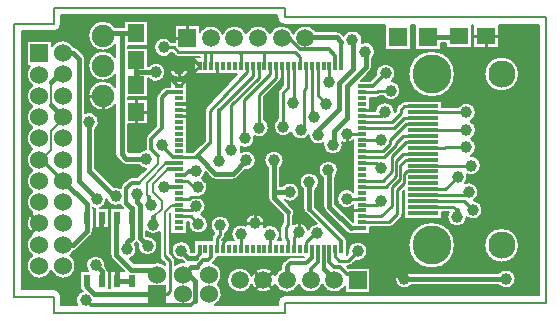
<source format=gbr>
%FSLAX23Y23*%
%MOMM*%
G04 EasyPC Gerber Version 16.0.6 Build 3249 *
%ADD87R,0.32000X0.80000*%
%ADD88R,0.55000X1.00000*%
%ADD18R,1.39700X1.52400*%
%ADD71R,1.50000X1.50000*%
%ADD13R,1.52400X1.52400*%
%ADD17R,1.52400X1.52400*%
%ADD10C,0.12700*%
%ADD25C,0.20000*%
%ADD11C,0.25400*%
%ADD22C,0.30000*%
%ADD23C,0.38100*%
%ADD98C,1.00000*%
%ADD20C,1.50000*%
%ADD12C,1.52400*%
%ADD97C,1.90000*%
%ADD15C,2.30000*%
%ADD14C,3.30000*%
%ADD86R,0.80000X0.32000*%
%ADD89R,2.60000X0.35000*%
%ADD16R,1.52400X1.39700*%
X0Y0D02*
D02*
D10*
X64Y12837D02*
X3413D01*
Y11487*
X23014*
Y12337*
X45114*
Y36487*
X22964*
Y37287*
X3413*
Y35937*
X64*
Y12837*
X1410Y32357D02*
X1134D01*
Y34516*
X3293*
Y34077*
G75*
G02X5138Y33972I891J-610*
G01*
G75*
G02X5443Y33826I-54J-505*
G01*
X5923Y33346*
G75*
G02X6072Y32987I-359J-359*
G01*
Y28379*
G75*
G02X6922Y26996I342J-743*
G01*
Y23697*
X8484Y22134*
G75*
G02X9096Y22031I179J-798*
G01*
Y22037*
G75*
G02X9233Y22367I468*
G01*
X9683Y22817*
G75*
G02X10014Y22954I331J-331*
G01*
X10491*
X11208Y23671*
G75*
G02X10626Y23975I56J816*
G01*
X9578*
G75*
G02X9190Y24135J548*
G01*
X8776Y24549*
G75*
G02X8616Y24937I388J388*
G01*
Y29071*
G75*
G02X7614Y28579I-1002J776*
G01*
G75*
G02Y31114J1268*
G01*
G75*
G02X8616Y30623J-1268*
G01*
Y31611*
G75*
G02X7614Y31119I-1002J776*
G01*
G75*
G02Y33654J1268*
G01*
G75*
G02X8616Y33163J-1268*
G01*
Y34151*
G75*
G02X7614Y33659I-1002J776*
G01*
G75*
G02Y36194J1268*
G01*
G75*
G02X8663Y35638J-1268*
G01*
X8941*
G75*
G02X9300Y35667I222J-501*
G01*
G75*
G02X9398Y35678I106J-538*
G01*
Y36209*
X11430*
Y34050*
X9712*
Y33923*
X11430*
Y32353*
G75*
G02X12881Y31837I634J-516*
G01*
G75*
G02X11430Y31321I-818*
G01*
Y29700*
X9712*
Y29573*
X11430*
Y27414*
X9712*
Y25164*
X9805Y25071*
X10691*
G75*
G02X11197Y25302I572J-584*
G01*
G75*
G02X11196Y25337I466J35*
G01*
Y26187*
G75*
G02X11333Y26517I468*
G01*
X12096Y27280*
Y29687*
G75*
G02X12233Y30017I468*
G01*
X12683Y30467*
G75*
G02X13014Y30604I331J-331*
G01*
X13296*
Y31114*
X14731*
Y25081*
X15247*
X16219Y26053*
Y28587*
G75*
G02X16341Y28892I445J0*
G01*
X18969Y31669*
X15286*
Y33104*
X15819*
G75*
G02X15688Y33142I70J483*
G01*
X13964*
G75*
G02X13649Y33273J445*
G01*
X13429Y33492*
X13400*
G75*
G02X11896Y33937I-686J445*
G01*
G75*
G02X13400Y34381I818*
G01*
X13614*
G75*
G02X13646Y34380I0J-445*
G01*
Y35804*
X15781*
Y35256*
G75*
G02X17714Y35110I933J-520*
G01*
G75*
G02X19714I1000J-374*
G01*
G75*
G02X21714I1000J-374*
G01*
G75*
G02X23714I1000J-374*
G01*
G75*
G02X25624Y35295I1000J-374*
G01*
X27414*
G75*
G02X27773Y35146J-508*
G01*
X27977Y34942*
G75*
G02X29492Y34339I737J-355*
G01*
G75*
G02X30372Y32989I321J-752*
G01*
Y32287*
G75*
G02X30223Y31928I-508*
G01*
X29409Y31114*
X30230*
X30709Y31593*
G75*
G02X30696Y31737I805J143*
G01*
G75*
G02X32331I818*
G01*
G75*
G02X32028Y31102I-818*
G01*
G75*
G02X32781Y30287I-65J-815*
G01*
G75*
G02X31277Y29842I-818*
G01*
X31096*
G75*
G02X30764Y29692I-333J295*
G01*
X30231*
Y28581*
X30651*
G75*
G02X32281Y28487I812J-95*
G01*
G75*
G02Y28483I-819J-2*
G01*
X32369Y28571*
Y28637*
G75*
G02X32499Y28951I445*
G01*
X32799Y29251*
G75*
G02X33096Y29381I314J-314*
G01*
Y29429*
X36331*
Y28881*
X37677*
G75*
G02X39181Y28437I686J-445*
G01*
G75*
G02X38689Y27687I-818*
G01*
G75*
G02X38741Y26212I-325J-750*
G01*
G75*
G02X38725Y24753I-378J-725*
G01*
G75*
G02X39581Y23937I39J-817*
G01*
G75*
G02X38402Y23204I-818*
G01*
G75*
G02X38203Y22421I-788J-217*
G01*
G75*
G02X39005Y20999I360J-734*
G01*
G75*
G02X39731Y20187I-92J-812*
G01*
G75*
G02X38381Y19567I-818*
G01*
G75*
G02X36746Y19587I-817J20*
G01*
G75*
G02X36854Y19992I818J0*
G01*
X36331*
Y19444*
X33096*
Y21841*
X32958Y21703*
Y19837*
G75*
G02X32828Y19523I-445*
G01*
X32128Y18823*
G75*
G02X31814Y18692I-314J314*
G01*
X30231*
Y18159*
X28796*
Y18169*
X28762*
G75*
G02X28204Y18278I-199J468*
G01*
X26404Y20078*
G75*
G02X26256Y20437I359J359*
G01*
Y22828*
G75*
G02X25846Y23537I408J708*
G01*
G75*
G02X27481I818*
G01*
G75*
G02X27271Y22990I-818*
G01*
Y20647*
X28796Y19123*
Y20563*
G75*
G02X27396Y21137I-583J574*
G01*
G75*
G02X28796Y21710I818*
G01*
Y26063*
G75*
G02X27852Y25904I-583J574*
G01*
G75*
G02X27881Y25687I-788J-217*
G01*
G75*
G02X26246I-818*
G01*
G75*
G02X26263Y25854I818J0*
G01*
G75*
G02X24997Y26489I-450J683*
G01*
G75*
G02X23518Y26747I-684J448*
G01*
G75*
G02X22046Y27237I-655J489*
G01*
G75*
G02X22419Y27923I818*
G01*
Y30137*
G75*
G02X22549Y30451I445*
G01*
X22819Y30721*
Y31669*
X22708*
Y31387*
G75*
G02X22578Y31073I-445*
G01*
X21208Y29703*
Y27853*
G75*
G02X21631Y27137I-395J-716*
G01*
G75*
G02X20409Y26427I-818*
G01*
G75*
G02X19233Y25513I-795J-190*
G01*
G75*
G02X19264Y25069I-769J-277*
G01*
G75*
G02X20531Y24387I450J-683*
G01*
G75*
G02X19620Y23575I-818*
G01*
X18923Y22878*
G75*
G02X18564Y22729I-359J359*
G01*
X17114*
G75*
G02X16754Y22878J508*
G01*
X16271Y23361*
G75*
G02X15952Y22831I-808J126*
G01*
G75*
G02X15688Y21273I-338J-744*
G01*
G75*
G02X15870Y19778I-225J-786*
G01*
G75*
G02X16481Y18987I-207J-791*
G01*
G75*
G02X14846I-818*
G01*
G75*
G02X14864Y19158I817J0*
G01*
X14829Y19192*
X14731*
Y18159*
X13296*
Y19929*
X13231Y19864*
Y16498*
X13578Y16151*
G75*
G02X13708Y15837I-314J-314*
G01*
Y15544*
G75*
G02X14472Y15761I656J-858*
G01*
G75*
G02X14454Y15778I343J377*
G01*
X14307Y15925*
G75*
G02X13396Y16737I-94J812*
G01*
G75*
G02X15031I818*
G01*
G75*
G02X15026Y16645I-818J0*
G01*
X15286*
Y17604*
X16819*
Y17837*
G75*
G02X16949Y18151I445*
G01*
X17028Y18229*
G75*
G02X16696Y18887I486J657*
G01*
G75*
G02X18331I818*
G01*
G75*
G02X17958Y18201I-818*
G01*
Y18087*
G75*
G02X17828Y17773I-445*
G01*
X17708Y17653*
Y17604*
X18643*
G75*
G02X19668Y18847I620J532*
G01*
G75*
G02X19646Y19037I795J190*
G01*
G75*
G02X21281I818*
G01*
G75*
G02X21197Y18677I-818*
G01*
G75*
G02X22423Y17604I566J-590*
G01*
X22685*
G75*
G02X22619Y17837I379J233*
G01*
Y18737*
G75*
G02X22749Y19051I445*
G01*
X22819Y19121*
Y19713*
X21704Y20828*
G75*
G02X21555Y21187I359J359*
G01*
Y21473*
G75*
G02Y21900I508J213*
G01*
Y23746*
G75*
G02X21246Y24387I508J641*
G01*
G75*
G02X22881I818*
G01*
G75*
G02X22572Y23746I-818*
G01*
Y22195*
X22773*
G75*
G02X24231Y21687I641J-508*
G01*
G75*
G02X22966Y21003I-818*
G01*
X23623Y20346*
G75*
G02X23708Y19741I-359J-359*
G01*
Y18966*
G75*
G02X24955Y18492I456J-679*
G01*
G75*
G02X25685Y19004I759J-305*
G01*
X24874Y19816*
G75*
G02X24555Y20287I190J471*
G01*
Y21896*
G75*
G02X24246Y22537I508J641*
G01*
G75*
G02X25881I818*
G01*
G75*
G02X25572Y21896I-818*
G01*
Y20440*
X28094Y17917*
G75*
G02X28231Y17604I-331J-331*
G01*
X28241*
Y16393*
X28364Y16516*
G75*
G02X28346Y16687I799J171*
G01*
G75*
G02X29981I818*
G01*
G75*
G02X28993Y15887I-818*
G01*
X28678Y15573*
G75*
G02X28364Y15442I-314J314*
G01*
X28219*
X28357Y15304*
X30231*
Y13169*
X28096*
Y13717*
G75*
G02X26164Y13863I-933J520*
G01*
G75*
G02X24164I-1000J374*
G01*
G75*
G02X22164I-1000J374*
G01*
G75*
G02X20164I-1000J374*
G01*
G75*
G02X18096Y14237I-1000J374*
G01*
G75*
G02X20164Y14610I1067*
G01*
G75*
G02X22164I1000J-374*
G01*
G75*
G02X22656Y15176I1000J-374*
G01*
Y15387*
G75*
G02X22974Y15858I508*
G01*
X23133Y16017*
G75*
G02X23464Y16154I331J-331*
G01*
X24620*
X24635Y16169*
X17231*
G75*
G02X17094Y15856I-467J18*
G01*
X16937Y15700*
G75*
G02X17288Y13887I-374J-1013*
G01*
G75*
G02X17047Y12122I-725J-800*
G01*
X22379*
Y12337*
G75*
G02X23014Y12972I635*
G01*
X44478*
Y35852*
X41086*
Y33871*
X38927*
Y35852*
X38800*
Y33871*
X36641*
Y34279*
X36193*
Y33707*
X34034*
Y35852*
X33653*
Y33707*
X31494*
Y35852*
X22964*
G75*
G02X22328Y36487J635*
G01*
Y36652*
X4049*
Y35937*
G75*
G02X3413Y35302I-635*
G01*
X699*
Y13472*
X3413*
G75*
G02X4049Y12837J-635*
G01*
Y12122*
X5409*
G75*
G02X5866Y13316I704J415*
G01*
X5849Y13333*
G75*
G02X5816Y13369I359J359*
G01*
X5616*
Y15004*
X6304*
G75*
G02X6146Y15487I660J483*
G01*
G75*
G02X7781I818*
G01*
G75*
G02X7776Y15393I-818J0*
G01*
X7838Y15331*
G75*
G02X7986Y15004I-359J-359*
G01*
X8071*
Y13595*
X8156*
Y15004*
X9328*
X8356Y16005*
G75*
G02X8201Y16387I393J382*
G01*
Y18669*
X8156*
Y20304*
X9272*
X9178Y20397*
G75*
G02X9044Y20613I385J389*
G01*
G75*
G02X7881Y21101I-380J724*
G01*
G75*
G02X7881Y21087I-815J-13*
G01*
G75*
G02X7300Y20304I-818*
G01*
X8071*
Y18669*
X6886*
Y20289*
G75*
G02X6716Y20347I178J798*
G01*
Y20304*
X6801*
Y18669*
X6762*
Y18437*
G75*
G02X6601Y18049I-548*
G01*
X5401Y16849*
G75*
G02X5154Y16707I-387J388*
G01*
G75*
G02X4810Y16337I-941J530*
G01*
G75*
G02X4214Y14357I-596J-900*
G01*
G75*
G02X3213Y15030J1080*
G01*
G75*
G02X2213Y14357I-1000J407*
G01*
G75*
G02X1617Y16337J1080*
G01*
G75*
G02Y18137I596J900*
G01*
G75*
G02Y19937I596J900*
G01*
G75*
G02Y21737I596J900*
G01*
G75*
G02Y23537I596J900*
G01*
G75*
G02Y25337I596J900*
G01*
G75*
G02Y27137I596J900*
G01*
G75*
G02Y28937I596J900*
G01*
G75*
G02Y30737I596J900*
G01*
G75*
G02X1410Y32357I596J900*
G01*
X13196Y32137D02*
G75*
G02X14831I818D01*
G01*
G75*
G02X13196I-818*
G01*
X33754Y13829D02*
G75*
G02X32296Y14337I-641J508D01*
G01*
G75*
G02X33754Y14845I818*
G01*
X41073*
G75*
G02X42531Y14337I641J-508*
G01*
G75*
G02X41073Y13829I-818*
G01*
X33754*
X35414Y15219D02*
G75*
G02Y19154J1968D01*
G01*
G75*
G02Y15219J-1968*
G01*
Y29719D02*
G75*
G02Y33654J1968D01*
G01*
G75*
G02Y29719J-1968*
G01*
X41339Y15719D02*
G75*
G02Y18654J1468D01*
G01*
G75*
G02Y15719J-1468*
G01*
Y30219D02*
G75*
G02Y33154J1468D01*
G01*
G75*
G02Y30219J-1468*
G01*
X12824Y32137D02*
G36*
G75*
G02X12881Y31837I-761J-300D01*
G01*
G75*
G02X11430Y31321I-818*
G01*
Y29700*
X9712*
Y29573*
X11430*
Y27414*
X9712*
Y25164*
X9805Y25071*
X10691*
G75*
G02X11197Y25302I572J-584*
G01*
G75*
G02X11196Y25337I466J35*
G01*
Y26187*
G75*
G02X11333Y26517I468*
G01*
X12096Y27280*
Y29687*
G75*
G02X12233Y30017I468*
G01*
X12683Y30467*
G75*
G02X13014Y30604I331J-331*
G01*
X13296*
Y31114*
X14731*
Y25081*
X15247*
X16219Y26053*
Y28587*
G75*
G02X16341Y28892I445J0*
G01*
X18969Y31669*
X15286*
Y32137*
X14831*
G75*
G02X13196I-818*
G01*
X12824*
G37*
X13196D02*
G36*
G75*
G02X14831I818D01*
G01*
X15286*
Y33104*
X15819*
G75*
G02X15688Y33142I70J483*
G01*
X13964*
G75*
G02X13649Y33273J445*
G01*
X13429Y33492*
X13400*
G75*
G02X11896Y33937I-686J445*
G01*
G75*
G02X13400Y34381I818*
G01*
X13614*
G75*
G02X13646Y34380I0J-445*
G01*
Y35804*
X15781*
Y35256*
G75*
G02X17714Y35110I933J-520*
G01*
G75*
G02X19714I1000J-374*
G01*
G75*
G02X21714I1000J-374*
G01*
G75*
G02X23714I1000J-374*
G01*
G75*
G02X25624Y35295I1000J-374*
G01*
X27414*
G75*
G02X27773Y35146J-508*
G01*
X27977Y34942*
G75*
G02X29492Y34339I737J-355*
G01*
G75*
G02X30372Y32989I321J-752*
G01*
Y32287*
G75*
G02X30223Y31928I-508*
G01*
X29409Y31114*
X30230*
X30709Y31593*
G75*
G02X30696Y31737I805J143*
G01*
G75*
G02X32226Y32137I818*
G01*
X33498*
G75*
G02X35414Y33654I1915J-450*
G01*
G75*
G02X37329Y32137J-1968*
G01*
X39942*
G75*
G02X41339Y33154I1397J-450*
G01*
G75*
G02X42735Y32137J-1468*
G01*
X44478*
Y35852*
X41086*
Y33871*
X38927*
Y35852*
X38800*
Y33871*
X36641*
Y34279*
X36193*
Y33707*
X34034*
Y35852*
X33653*
Y33707*
X31494*
Y35852*
X22964*
G75*
G02X22328Y36487J635*
G01*
Y36652*
X4049*
Y35937*
G75*
G02X3413Y35302I-635*
G01*
X699*
Y13472*
X3413*
G75*
G02X4049Y12837J-635*
G01*
Y12122*
X5409*
G75*
G02X5866Y13316I704J415*
G01*
X5849Y13333*
G75*
G02X5816Y13369I359J359*
G01*
X5616*
Y15004*
X6304*
G75*
G02X6146Y15487I660J483*
G01*
G75*
G02X7781I818*
G01*
G75*
G02X7776Y15393I-818J0*
G01*
X7838Y15331*
G75*
G02X7986Y15004I-359J-359*
G01*
X8071*
Y13595*
X8156*
Y15004*
X9328*
X8356Y16005*
G75*
G02X8201Y16387I393J382*
G01*
Y18669*
X8156*
Y20304*
X9272*
X9178Y20397*
G75*
G02X9044Y20613I385J389*
G01*
G75*
G02X7881Y21101I-380J724*
G01*
G75*
G02X7881Y21087I-815J-13*
G01*
G75*
G02X7300Y20304I-818*
G01*
X8071*
Y18669*
X6886*
Y20289*
G75*
G02X6716Y20347I178J798*
G01*
Y20304*
X6801*
Y18669*
X6762*
Y18437*
G75*
G02X6601Y18049I-548*
G01*
X5401Y16849*
G75*
G02X5154Y16707I-387J388*
G01*
G75*
G02X4810Y16337I-941J530*
G01*
G75*
G02X4214Y14357I-596J-900*
G01*
G75*
G02X3213Y15030J1080*
G01*
G75*
G02X2213Y14357I-1000J407*
G01*
G75*
G02X1617Y16337J1080*
G01*
G75*
G02Y18137I596J900*
G01*
G75*
G02Y19937I596J900*
G01*
G75*
G02Y21737I596J900*
G01*
G75*
G02Y23537I596J900*
G01*
G75*
G02Y25337I596J900*
G01*
G75*
G02Y27137I596J900*
G01*
G75*
G02Y28937I596J900*
G01*
G75*
G02Y30737I596J900*
G01*
G75*
G02X1410Y32357I596J900*
G01*
X1134*
Y34516*
X3293*
Y34077*
G75*
G02X5138Y33972I891J-610*
G01*
G75*
G02X5443Y33826I-54J-505*
G01*
X5923Y33346*
G75*
G02X6072Y32987I-359J-359*
G01*
Y28379*
G75*
G02X6922Y26996I342J-743*
G01*
Y23697*
X8484Y22134*
G75*
G02X9096Y22031I179J-798*
G01*
Y22037*
G75*
G02X9233Y22367I468*
G01*
X9683Y22817*
G75*
G02X10014Y22954I331J-331*
G01*
X10491*
X11208Y23671*
G75*
G02X10626Y23975I56J816*
G01*
X9578*
G75*
G02X9190Y24135J548*
G01*
X8776Y24549*
G75*
G02X8616Y24937I388J388*
G01*
Y29071*
G75*
G02X7614Y28579I-1002J776*
G01*
G75*
G02Y31114J1268*
G01*
G75*
G02X8616Y30623J-1268*
G01*
Y31611*
G75*
G02X7614Y31119I-1002J776*
G01*
G75*
G02Y33654J1268*
G01*
G75*
G02X8616Y33163J-1268*
G01*
Y34151*
G75*
G02X7614Y33659I-1002J776*
G01*
G75*
G02Y36194J1268*
G01*
G75*
G02X8663Y35638J-1268*
G01*
X8941*
G75*
G02X9300Y35667I222J-501*
G01*
G75*
G02X9398Y35678I106J-538*
G01*
Y36209*
X11430*
Y34050*
X9712*
Y33923*
X11430*
Y32353*
G75*
G02X12824Y32137I634J-516*
G01*
X13196*
G37*
X32226D02*
G36*
G75*
G02X32331Y31737I-713J-400D01*
G01*
G75*
G02X32028Y31102I-818*
G01*
G75*
G02X32781Y30287I-65J-815*
G01*
G75*
G02X31277Y29842I-818*
G01*
X31096*
G75*
G02X30764Y29692I-333J295*
G01*
X30231*
Y28581*
X30651*
G75*
G02X32281Y28487I812J-95*
G01*
G75*
G02Y28483I-819J-2*
G01*
X32369Y28571*
Y28637*
G75*
G02X32499Y28951I445*
G01*
X32799Y29251*
G75*
G02X33096Y29381I314J-314*
G01*
Y29429*
X36331*
Y28881*
X37677*
G75*
G02X39181Y28437I686J-445*
G01*
G75*
G02X38689Y27687I-818*
G01*
G75*
G02X38741Y26212I-325J-750*
G01*
G75*
G02X38725Y24753I-378J-725*
G01*
G75*
G02X39581Y23937I39J-817*
G01*
G75*
G02X38402Y23204I-818*
G01*
G75*
G02X38203Y22421I-788J-217*
G01*
G75*
G02X39005Y20999I360J-734*
G01*
G75*
G02X39731Y20187I-92J-812*
G01*
G75*
G02X38381Y19567I-818*
G01*
G75*
G02X36746Y19587I-817J20*
G01*
G75*
G02X36854Y19992I818J0*
G01*
X36331*
Y19444*
X33096*
Y21841*
X32958Y21703*
Y19837*
G75*
G02X32828Y19523I-445*
G01*
X32128Y18823*
G75*
G02X31814Y18692I-314J314*
G01*
X30231*
Y18159*
X28796*
Y18169*
X28762*
G75*
G02X28204Y18278I-199J468*
G01*
X26404Y20078*
G75*
G02X26256Y20437I359J359*
G01*
Y22828*
G75*
G02X25846Y23537I408J708*
G01*
G75*
G02X27481I818*
G01*
G75*
G02X27271Y22990I-818*
G01*
Y20647*
X28796Y19123*
Y20563*
G75*
G02X27396Y21137I-583J574*
G01*
G75*
G02X28796Y21710I818*
G01*
Y26063*
G75*
G02X27852Y25904I-583J574*
G01*
G75*
G02X27881Y25687I-788J-217*
G01*
G75*
G02X26246I-818*
G01*
G75*
G02X26263Y25854I818J0*
G01*
G75*
G02X24997Y26489I-450J683*
G01*
G75*
G02X23518Y26747I-684J448*
G01*
G75*
G02X22046Y27237I-655J489*
G01*
G75*
G02X22419Y27923I818*
G01*
Y30137*
G75*
G02X22549Y30451I445*
G01*
X22819Y30721*
Y31669*
X22708*
Y31387*
G75*
G02X22578Y31073I-445*
G01*
X21208Y29703*
Y27853*
G75*
G02X21631Y27137I-395J-716*
G01*
G75*
G02X20409Y26427I-818*
G01*
G75*
G02X19233Y25513I-795J-190*
G01*
G75*
G02X19264Y25069I-769J-277*
G01*
G75*
G02X20531Y24387I450J-683*
G01*
G75*
G02X19620Y23575I-818*
G01*
X18923Y22878*
G75*
G02X18564Y22729I-359J359*
G01*
X17114*
G75*
G02X16754Y22878J508*
G01*
X16271Y23361*
G75*
G02X15952Y22831I-808J126*
G01*
G75*
G02X15688Y21273I-338J-744*
G01*
G75*
G02X15870Y19778I-225J-786*
G01*
G75*
G02X16481Y18987I-207J-791*
G01*
G75*
G02X14846I-818*
G01*
G75*
G02X14864Y19158I817J0*
G01*
X14829Y19192*
X14731*
Y18159*
X13296*
Y19929*
X13231Y19864*
Y16498*
X13578Y16151*
G75*
G02X13708Y15837I-314J-314*
G01*
Y15544*
G75*
G02X14472Y15761I656J-858*
G01*
G75*
G02X14454Y15778I343J377*
G01*
X14307Y15925*
G75*
G02X13396Y16737I-94J812*
G01*
G75*
G02X15031I818*
G01*
G75*
G02X15026Y16645I-818J0*
G01*
X15286*
Y17604*
X16819*
Y17837*
G75*
G02X16949Y18151I445*
G01*
X17028Y18229*
G75*
G02X16696Y18887I486J657*
G01*
G75*
G02X18331I818*
G01*
G75*
G02X17958Y18201I-818*
G01*
Y18087*
G75*
G02X17828Y17773I-445*
G01*
X17708Y17653*
Y17604*
X18643*
G75*
G02X19668Y18847I620J532*
G01*
G75*
G02X19646Y19037I795J190*
G01*
G75*
G02X21281I818*
G01*
G75*
G02X21197Y18677I-818*
G01*
G75*
G02X22423Y17604I566J-590*
G01*
X22685*
G75*
G02X22619Y17837I379J233*
G01*
Y18737*
G75*
G02X22749Y19051I445*
G01*
X22819Y19121*
Y19713*
X21704Y20828*
G75*
G02X21555Y21187I359J359*
G01*
Y21473*
G75*
G02Y21900I508J213*
G01*
Y23746*
G75*
G02X21246Y24387I508J641*
G01*
G75*
G02X22881I818*
G01*
G75*
G02X22572Y23746I-818*
G01*
Y22195*
X22773*
G75*
G02X24231Y21687I641J-508*
G01*
G75*
G02X22966Y21003I-818*
G01*
X23623Y20346*
G75*
G02X23708Y19741I-359J-359*
G01*
Y18966*
G75*
G02X24955Y18492I456J-679*
G01*
G75*
G02X25685Y19004I759J-305*
G01*
X24874Y19816*
G75*
G02X24555Y20287I190J471*
G01*
Y21896*
G75*
G02X24246Y22537I508J641*
G01*
G75*
G02X25881I818*
G01*
G75*
G02X25572Y21896I-818*
G01*
Y20440*
X28094Y17917*
G75*
G02X28231Y17604I-331J-331*
G01*
X28241*
Y16393*
X28364Y16516*
G75*
G02X28346Y16687I799J171*
G01*
G75*
G02X29810Y17187I818*
G01*
X33446*
G75*
G02X35414Y19154I1968*
G01*
G75*
G02X37381Y17187J-1968*
G01*
X39871*
G75*
G02X41339Y18654I1468*
G01*
G75*
G02X42806Y17187J-1468*
G01*
X44478*
Y32137*
X42735*
G75*
G02X41339Y30219I-1397J-450*
G01*
G75*
G02X39942Y32137J1468*
G01*
X37329*
G75*
G02X35414Y29719I-1915J-450*
G01*
G75*
G02X33498Y32137J1968*
G01*
X32226*
G37*
X30231Y14337D02*
G36*
Y13169D01*
X28096*
Y13717*
G75*
G02X26164Y13863I-933J520*
G01*
G75*
G02X24164I-1000J374*
G01*
G75*
G02X22164I-1000J374*
G01*
G75*
G02X20164I-1000J374*
G01*
G75*
G02X18096Y14237I-1000J374*
G01*
G75*
G02X20164Y14610I1067*
G01*
G75*
G02X22164I1000J-374*
G01*
G75*
G02X22656Y15176I1000J-374*
G01*
Y15387*
G75*
G02X22974Y15858I508*
G01*
X23133Y16017*
G75*
G02X23464Y16154I331J-331*
G01*
X24620*
X24635Y16169*
X17231*
G75*
G02X17094Y15856I-467J18*
G01*
X16937Y15700*
G75*
G02X17288Y13887I-374J-1013*
G01*
G75*
G02X17047Y12122I-725J-800*
G01*
X22379*
Y12337*
G75*
G02X23014Y12972I635*
G01*
X44478*
Y14337*
X42531*
G75*
G02X41073Y13829I-818*
G01*
X33754*
G75*
G02X32296Y14337I-641J508*
G01*
X30231*
G37*
X32296D02*
G36*
G75*
G02X33754Y14845I818D01*
G01*
X41073*
G75*
G02X42531Y14337I641J-508*
G01*
X44478*
Y17187*
X42806*
G75*
G02X41339Y15719I-1468*
G01*
G75*
G02X39871Y17187J1468*
G01*
X37381*
G75*
G02X35414Y15219I-1968*
G01*
G75*
G02X33446Y17187J1968*
G01*
X29810*
G75*
G02X29981Y16687I-647J-500*
G01*
G75*
G02X28993Y15887I-818*
G01*
X28678Y15573*
G75*
G02X28364Y15442I-314J314*
G01*
X28219*
X28357Y15304*
X30231*
Y14337*
X32296*
G37*
X9839Y16051D02*
X10210Y15670D01*
X11717*
G75*
G02X12819Y15544I446J-983*
G01*
Y15653*
X12499Y15973*
G75*
G02X12396Y16439I314J314*
G01*
Y18317*
G75*
G02X11272Y18373I-532J620*
G01*
Y17997*
X11316Y17953*
G75*
G02X12181Y17137I48J-816*
G01*
G75*
G02X10546I-818*
G01*
G75*
G02X10558Y17274I817J0*
G01*
X10404Y17428*
G75*
G02X10394Y17438I359J359*
G01*
X10274Y17319*
G75*
G02X9839Y16051I-660J-482*
G01*
G36*
X10210Y15670*
X11717*
G75*
G02X12819Y15544I446J-983*
G01*
Y15653*
X12499Y15973*
G75*
G02X12396Y16439I314J314*
G01*
Y18317*
G75*
G02X11272Y18373I-532J620*
G01*
Y17997*
X11316Y17953*
G75*
G02X12181Y17137I48J-816*
G01*
G75*
G02X10546I-818*
G01*
G75*
G02X10558Y17274I817J0*
G01*
X10404Y17428*
G75*
G02X10394Y17438I359J359*
G01*
X10274Y17319*
G75*
G02X9839Y16051I-660J-482*
G01*
G37*
D02*
D11*
X1765Y18588D02*
X1405Y18229D01*
X1765Y19486D02*
X1405Y19845D01*
X4214Y15387D02*
X4464D01*
X6791Y29847D02*
X6283D01*
X7478Y19114D02*
Y18606D01*
X7513Y19452D02*
X7478Y19487D01*
X7614Y29024D02*
Y28516D01*
X8749Y14560D02*
Y15068D01*
X10414Y27859D02*
Y27351D01*
Y29129D02*
Y29637D01*
X10985Y28494D02*
X11493D01*
X12714Y33937D02*
X13614D01*
X13964Y33587*
X15889*
X12814Y16287D02*
X13264Y15837D01*
Y13337*
X13014Y13087*
X12164*
X13641Y32137D02*
X13133D01*
X13943Y30707D02*
X13473Y31178D01*
X14014Y19637D02*
X15014D01*
X15664Y18987*
X14014Y20637D02*
X13414D01*
X14014Y21137D02*
X14864D01*
X15014Y21287*
X17364*
X14014Y22637D02*
X14714D01*
X15264Y22087*
X15614*
X14014Y24637D02*
X15714D01*
X14014D02*
X15464D01*
X14014Y28137D02*
X15414D01*
X14014Y31764D02*
Y31256D01*
Y32510D02*
Y33018D01*
X14084Y30707D02*
X14555Y31178D01*
X14091Y34737D02*
X13583D01*
X14287Y28637D02*
X14794D01*
X14387Y32137D02*
X14894D01*
X14714Y35360D02*
Y35868D01*
X15464Y20487D02*
X15114Y20137D01*
X14014*
X15693Y32317D02*
X15223Y31846D01*
X15693Y32457D02*
X15223Y32928D01*
X16264Y32387D02*
Y33587D01*
X15889*
X16564D02*
X15889D01*
X16564D02*
X16764D01*
Y32387*
X16664Y25837D02*
Y28587D01*
X19314Y31387*
X19764Y31837*
Y32387*
X17264Y16887D02*
Y17837D01*
X17514Y18087*
Y18887*
X17264Y32387D02*
Y31437D01*
X17414Y28637D02*
X20264Y31487D01*
Y32387*
X18264Y20387D02*
Y19537D01*
X18464Y19337*
Y18487*
X18264Y18287*
Y17987*
X17764Y17487*
Y16887*
X18464Y25237D02*
Y29037D01*
X20764Y31337*
Y32387*
X19064Y33587D02*
X19164D01*
X19064D02*
X16564D01*
X19264Y16887D02*
Y18137D01*
Y32387D02*
Y33387D01*
X19064Y33587*
X20090Y19037D02*
X19583D01*
X20464Y19410D02*
Y19918D01*
X20723Y13796D02*
X20364Y13437D01*
X20723Y14677D02*
X20364Y15037D01*
X20814Y27137D02*
X20764D01*
Y29887*
X22264Y31387*
Y32387*
X20837Y19037D02*
X21345D01*
X21264Y32387D02*
Y33587D01*
X19064*
X21264D02*
X23814D01*
X24264Y33137*
Y32387*
X21604Y13796D02*
X21963Y13437D01*
X21604Y14677D02*
X21963Y15037D01*
X21764Y16887D02*
Y18087D01*
Y32387D02*
Y31687D01*
X19564Y29487*
Y26237*
X19614*
X22764Y32387D02*
Y31037D01*
X21764Y30037*
X22864Y27237D02*
Y30137D01*
X23264Y30537*
Y32387*
Y19987D02*
Y18937D01*
X23064Y18737*
Y17837*
X23264Y17637*
Y16887*
X23764D02*
Y17887D01*
X24164Y18287*
X23764Y32387D02*
Y29287D01*
X23714Y29237*
X24164Y18660D02*
Y19168D01*
X24764Y16887D02*
Y17437D01*
X25514Y18187*
X25714*
X24764Y32387D02*
Y30487D01*
X24614Y30337*
Y27287*
X24314Y26987*
Y26937*
X25464Y28037D02*
X25264Y28237D01*
Y32387*
X26514Y29137D02*
X25764Y29887D01*
Y32387*
X26714Y30987D02*
Y31637D01*
X26764*
Y32387*
X27264Y16887D02*
Y16237D01*
X27614Y15887*
X28364*
X29164Y16687*
X28214Y26264D02*
Y25756D01*
X29514Y19637D02*
X31164D01*
X32064Y20537*
Y22137*
X32764Y22837*
Y23987*
X33214Y24437*
X34714*
X29514Y20137D02*
X28614D01*
X28264Y19787*
X29514Y20637D02*
X30814D01*
X31114Y20937*
X29514Y21137D02*
X28214D01*
X29514Y24137D02*
X30664D01*
X31114Y23687*
X29514Y26137D02*
X31114D01*
X29514Y26637D02*
X28214D01*
X29514Y27137D02*
X32264D01*
X33064Y27937*
X34714*
X29514Y28137D02*
X31114D01*
X31464Y28487*
X29514Y28637D02*
X30064D01*
X30514Y29087*
X31964Y30287D02*
X30864D01*
X30764Y30187*
Y30137*
X29514*
X34714Y20437D02*
X37264D01*
X37564Y20137*
X34714Y21437D02*
X38314D01*
X38564Y21687*
X34714Y21937D02*
X36564D01*
X37614Y22987*
X34714Y23437D02*
X33364D01*
X33114Y23187*
Y22487*
X32514Y21887*
Y19837*
X31814Y19137*
X29514*
X34714Y24937D02*
X33014D01*
X32414Y24337*
Y23037*
X31514Y22137*
X29514*
X34714Y25937D02*
X33264D01*
X32064Y24737*
Y23437*
X31264Y22637*
X29514*
X34714Y26437D02*
X32964D01*
X32364Y25837*
Y25637*
X31364Y24637*
X29514*
X34714Y27437D02*
X33214D01*
X31914Y26137*
Y25737*
X31314Y25137*
X29514*
X34714Y28937D02*
X33114D01*
X32814Y28637*
Y28387*
X32064Y27637*
X29514*
X38364Y25487D02*
X36564D01*
Y25437*
X34714*
X38364Y26937D02*
X34714D01*
X38364Y28437D02*
X34714D01*
X38764Y23937D02*
X34714D01*
X38914Y20187D02*
X38164Y20937D01*
X34714*
X39372Y34887D02*
X38864D01*
X40007Y34315D02*
Y33807D01*
X40642Y34887D02*
X41150D01*
D02*
D12*
X2213Y15437D03*
Y17237D03*
Y19037D03*
Y20837D03*
Y22637D03*
Y24437D03*
Y26237D03*
Y28037D03*
Y29837D03*
Y31637D03*
X4184Y33467D03*
X4204Y31667D03*
X4214Y15437D03*
Y17237D03*
Y19037D03*
Y20837D03*
Y22637D03*
Y24437D03*
Y26237D03*
Y28037D03*
Y29837D03*
X12164Y14687D03*
X14364Y13087D03*
Y14687D03*
X16564Y13087D03*
Y14687D03*
D02*
D13*
X2213Y33437D03*
D02*
D14*
X35414Y17187D03*
Y31687D03*
D02*
D15*
X41339Y17187D03*
Y31687D03*
D02*
D16*
X37721Y34887D03*
X40007D03*
D02*
D17*
X32574Y34787D03*
X35114D03*
D02*
D18*
X10414Y28494D03*
Y30780D03*
Y32844D03*
Y35130D03*
D02*
D71*
X12164Y13087D03*
X14714Y34737D03*
X29164Y14237D03*
D02*
D20*
X16714Y34737D03*
X18714D03*
X19164Y14237D03*
X20714Y34737D03*
X21164Y14237D03*
X22714Y34737D03*
X23164Y14237D03*
X24714Y34737D03*
X25164Y14237D03*
X27164D03*
D02*
D22*
X2413Y24437D02*
X4214Y22637D01*
X6114Y12537D02*
Y12587D01*
X6164*
X6614Y12137*
X15064*
X15414Y12487*
X9564Y20787D02*
Y22037D01*
X10014Y22487*
X10614*
X11514Y21237D02*
Y20687D01*
X11714Y20587*
X12214Y24787D02*
X11664Y25337D01*
Y26187*
X12564Y27087*
Y29687*
X13014Y30137*
X14014*
X12764Y22137D02*
X14014D01*
X13114Y23637D02*
X14014D01*
Y24137D02*
X12964D01*
X14014Y24637D02*
X13564D01*
X13514*
X12564Y25587*
X14014Y29137D02*
X15314D01*
X14914Y23487D02*
X14564Y23137D01*
X14014*
X15464Y24637D02*
X16664Y25837D01*
X15514Y15387D02*
X16064Y15937D01*
X16514*
X16764Y16187*
Y16887*
X15764D02*
Y16437D01*
X15464Y16137*
X17414Y24287D02*
Y28637D01*
X23314Y34737D02*
X24264Y33787D01*
X26714*
X27264Y33237*
Y32387*
X25264Y16887D02*
Y16137D01*
X24814Y15687*
X23464*
X23164Y15387*
X25764Y16887D02*
Y15737D01*
X25214Y15187*
X25164*
Y14387*
X26264Y16887D02*
Y15137D01*
X27764Y16887D02*
Y17587D01*
X25064Y20287*
X27764Y32387D02*
Y34437D01*
X28564Y18637D02*
X29514D01*
X29164Y14237D02*
X28614Y14787D01*
X28214*
X27664Y15337*
X27164*
X26764Y15737*
Y16937*
X31514Y31737D02*
X30414Y30637D01*
X29514*
D02*
D23*
X2213Y24437D02*
X2364D01*
X2213D02*
X2413D01*
X3213Y29037D02*
X4214Y28037D01*
X4184Y33467D02*
X5084D01*
X5564Y32987*
Y22587*
X7064Y21087*
X4204Y31667D02*
X3844D01*
X3213Y31037*
X4214Y17237D02*
X5014D01*
X6214Y18437*
Y19482*
X6209Y19487*
X4214Y27887D02*
Y28037D01*
X6209Y14187D02*
Y13692D01*
X6814Y13087*
X12164*
X6209Y19487D02*
Y20642D01*
X4214Y22637*
X6414Y27637D02*
Y23487D01*
X8564Y21337*
X8664*
X7478Y14187D02*
Y14972D01*
X6963Y15487*
X7478Y19487D02*
X7463D01*
Y16487*
X8764Y15187*
Y14192*
X8759Y14187*
X8749*
X10019*
X8749Y19487D02*
X8714D01*
Y16387*
X9979Y15122*
X11729*
X12164Y14687*
X8964Y14172D02*
X8764D01*
X8749Y14187*
X9164Y35137D02*
Y24937D01*
X9578Y24523*
X11264*
Y24487*
X10019Y19487D02*
X10014D01*
Y17837*
X9614Y17437*
Y16837*
X10019Y19487D02*
X10014Y19492D01*
Y20337*
X10029Y20352*
X9999*
X9564Y20787*
X10414Y32844D02*
Y30687D01*
X10464Y30637*
Y31787*
X10414Y31837*
X12064*
X10414Y35130D02*
X10064D01*
Y35137*
X9407*
X10414Y35130D02*
X7816D01*
X7614Y34927*
X10464Y21537D02*
Y20887D01*
X10764Y20587*
Y17787*
X11364Y17187*
Y17137*
X10657Y32837D02*
X10421D01*
X10414Y32844*
X11714Y20587D02*
X11664D01*
X11864Y18937D02*
Y19587D01*
X12564Y25587D02*
Y25637D01*
X14364Y14687D02*
X15064Y15387D01*
X15514*
X15414Y12487D02*
Y14187D01*
X14914Y14687*
X14364*
X15464Y16137D02*
X14814D01*
X14214Y16737*
X15464Y23487D02*
X14914D01*
X15714Y24637D02*
X17114Y23237D01*
X18564*
X19714Y24387*
X17264Y31437D02*
X16714Y30887D01*
X17364Y21287D02*
X18264Y20387D01*
X22064Y21687D02*
Y21187D01*
X23264Y19987*
X22064Y24387D02*
Y21687D01*
X22714Y34737D02*
X23314D01*
X23164Y15387D02*
Y14237D01*
X23414Y21687D02*
X22064D01*
X25064Y20287D02*
Y22537D01*
X25164Y14387D02*
Y14237D01*
X26264Y15137D02*
X27164Y14237D01*
X26664Y23537D02*
X26764D01*
Y20437*
X28564Y18637*
X27564Y28687D02*
X25814Y26937D01*
Y26537*
X27764Y34437D02*
X27414Y34787D01*
X24714*
Y34737*
X28714Y34587D02*
X28764Y34537D01*
Y32087*
X27564Y30887*
Y28687*
X29814Y33587D02*
X29864D01*
Y32287*
X28214Y30637*
Y27937*
X27164Y26887*
Y25787*
X27064Y25687*
X35114Y34787D02*
X37621D01*
X37721Y34887*
X37564Y20137D02*
Y19587D01*
X41714Y14337D02*
X33114D01*
D02*
D25*
X2364Y24437D02*
X3213Y25287D01*
Y26887*
X4214Y27887*
X3213Y31037D02*
Y29037D01*
X10614Y22487D02*
X12214Y24087D01*
Y24787*
X11864Y19587D02*
X12564Y20287D01*
Y20937*
X11814Y21687*
Y22337*
X13114Y23637*
X12964Y24137D02*
X11314Y22487D01*
Y21437*
X11514Y21237*
X13414Y20637D02*
X12814Y20037D01*
Y16287*
D02*
D86*
X14014Y18637D03*
Y19137D03*
Y19637D03*
Y20137D03*
Y20637D03*
Y21137D03*
Y21637D03*
Y22137D03*
Y22637D03*
Y23137D03*
Y23637D03*
Y24137D03*
Y24637D03*
Y25137D03*
Y25637D03*
Y26137D03*
Y26637D03*
Y27137D03*
Y27637D03*
Y28137D03*
Y28637D03*
Y29137D03*
Y29637D03*
Y30137D03*
Y30637D03*
X29514Y18637D03*
Y19137D03*
Y19637D03*
Y20137D03*
Y20637D03*
Y21137D03*
Y21637D03*
Y22137D03*
Y22637D03*
Y23137D03*
Y23637D03*
Y24137D03*
Y24637D03*
Y25137D03*
Y25637D03*
Y26137D03*
Y26637D03*
Y27137D03*
Y27637D03*
Y28137D03*
Y28637D03*
Y29137D03*
Y29637D03*
Y30137D03*
Y30637D03*
D02*
D87*
X15764Y16887D03*
Y32387D03*
X16264Y16887D03*
Y32387D03*
X16764Y16887D03*
Y32387D03*
X17264Y16887D03*
Y32387D03*
X17764Y16887D03*
Y32387D03*
X18264Y16887D03*
Y32387D03*
X18764Y16887D03*
Y32387D03*
X19264Y16887D03*
Y32387D03*
X19764Y16887D03*
Y32387D03*
X20264Y16887D03*
Y32387D03*
X20764Y16887D03*
Y32387D03*
X21264Y16887D03*
Y32387D03*
X21764Y16887D03*
Y32387D03*
X22264Y16887D03*
Y32387D03*
X22764Y16887D03*
Y32387D03*
X23264Y16887D03*
Y32387D03*
X23764Y16887D03*
Y32387D03*
X24264Y16887D03*
Y32387D03*
X24764Y16887D03*
Y32387D03*
X25264Y16887D03*
Y32387D03*
X25764Y16887D03*
Y32387D03*
X26264Y16887D03*
Y32387D03*
X26764Y16887D03*
Y32387D03*
X27264Y16887D03*
Y32387D03*
X27764Y16887D03*
Y32387D03*
D02*
D88*
X6209Y14187D03*
Y19487D03*
X7478Y14187D03*
Y19487D03*
X8749Y14187D03*
Y19487D03*
X10019Y14187D03*
Y19487D03*
D02*
D89*
X34714Y19937D03*
Y20437D03*
Y20937D03*
Y21437D03*
Y21937D03*
Y22437D03*
Y22937D03*
Y23437D03*
Y23937D03*
Y24437D03*
Y24937D03*
Y25437D03*
Y25937D03*
Y26437D03*
Y26937D03*
Y27437D03*
Y27937D03*
Y28437D03*
Y28937D03*
D02*
D97*
X7614Y29847D03*
Y32387D03*
Y34927D03*
D02*
D98*
X6114Y12537D03*
X6414Y27637D03*
X6963Y15487D03*
X7064Y21087D03*
X8664Y21337D03*
X9614Y16837D03*
X10464Y21537D03*
X11264Y24487D03*
X11364Y17137D03*
X11664Y20587D03*
X11864Y18937D03*
X12064Y31837D03*
X12564Y25637D03*
X12714Y33937D03*
X12764Y22137D03*
X14014Y32137D03*
X14214Y16737D03*
X15464Y20487D03*
Y23487D03*
X15614Y22087D03*
X15664Y18987D03*
X17414Y24287D03*
X17514Y18887D03*
X18464Y25237D03*
X19264Y18137D03*
X19614Y26237D03*
X19714Y24387D03*
X20464Y19037D03*
X20814Y27137D03*
X21764Y18087D03*
X22064Y24387D03*
X22864Y27237D03*
X23414Y21687D03*
X23714Y29237D03*
X24164Y18287D03*
X24314Y26937D03*
X25064Y22537D03*
X25464Y28037D03*
X25714Y18187D03*
X25814Y26537D03*
X26514Y29137D03*
X26664Y23537D03*
X26714Y30987D03*
X27064Y25687D03*
X28214Y21137D03*
Y26637D03*
X28714Y34587D03*
X29164Y16687D03*
X29814Y33587D03*
X31114Y20937D03*
Y23687D03*
Y26137D03*
X31464Y28487D03*
X31514Y31737D03*
X31964Y30287D03*
X33114Y14337D03*
X37564Y19587D03*
X37614Y22987D03*
X38364Y25487D03*
Y26937D03*
Y28437D03*
X38564Y21687D03*
X38764Y23937D03*
X38914Y20187D03*
X41714Y14337D03*
X0Y0D02*
M02*

</source>
